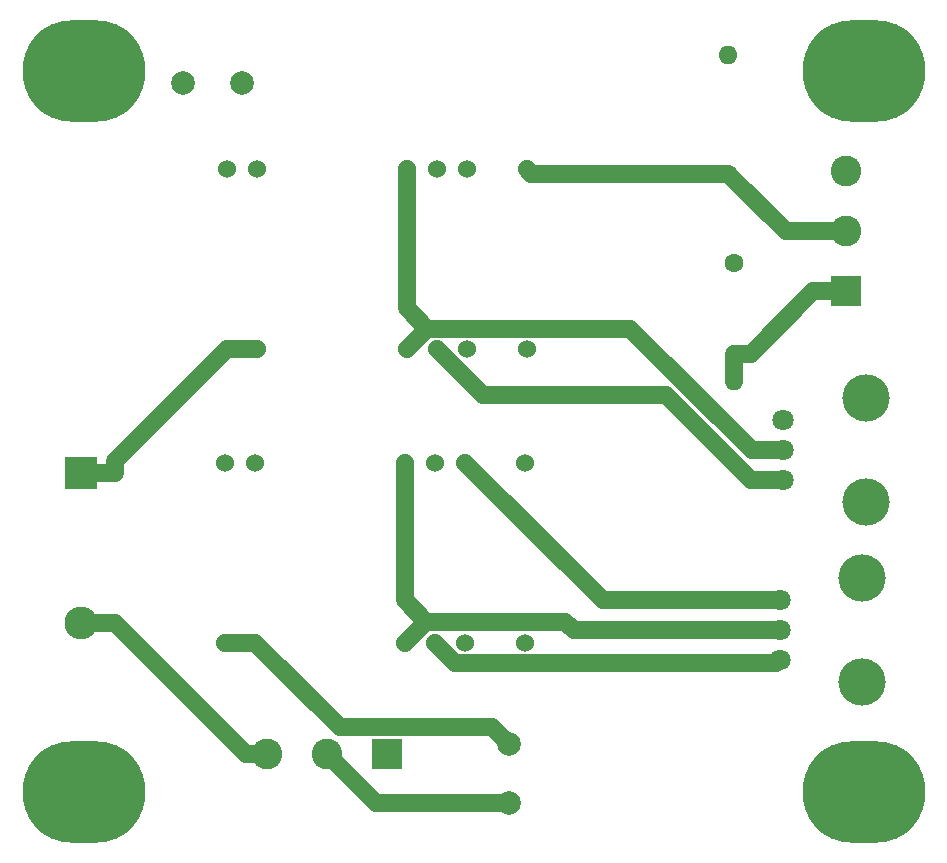
<source format=gbr>
G04 #@! TF.GenerationSoftware,KiCad,Pcbnew,(5.0.0)*
G04 #@! TF.CreationDate,2019-08-30T22:58:39+01:00*
G04 #@! TF.ProjectId,Display PSU,446973706C6179205053552E6B696361,rev?*
G04 #@! TF.SameCoordinates,Original*
G04 #@! TF.FileFunction,Copper,L1,Top,Signal*
G04 #@! TF.FilePolarity,Positive*
%FSLAX46Y46*%
G04 Gerber Fmt 4.6, Leading zero omitted, Abs format (unit mm)*
G04 Created by KiCad (PCBNEW (5.0.0)) date 08/30/19 22:58:39*
%MOMM*%
%LPD*%
G01*
G04 APERTURE LIST*
G04 #@! TA.AperFunction,ComponentPad*
%ADD10C,1.524000*%
G04 #@! TD*
G04 #@! TA.AperFunction,ComponentPad*
%ADD11C,1.800000*%
G04 #@! TD*
G04 #@! TA.AperFunction,WasherPad*
%ADD12C,4.000000*%
G04 #@! TD*
G04 #@! TA.AperFunction,ComponentPad*
%ADD13C,1.600000*%
G04 #@! TD*
G04 #@! TA.AperFunction,ComponentPad*
%ADD14O,1.600000X1.600000*%
G04 #@! TD*
G04 #@! TA.AperFunction,ComponentPad*
%ADD15R,2.600000X2.600000*%
G04 #@! TD*
G04 #@! TA.AperFunction,ComponentPad*
%ADD16C,2.600000*%
G04 #@! TD*
G04 #@! TA.AperFunction,ComponentPad*
%ADD17C,2.000000*%
G04 #@! TD*
G04 #@! TA.AperFunction,ComponentPad*
%ADD18R,2.800000X2.800000*%
G04 #@! TD*
G04 #@! TA.AperFunction,ComponentPad*
%ADD19O,2.800000X2.800000*%
G04 #@! TD*
G04 #@! TA.AperFunction,ComponentPad*
%ADD20O,10.400000X8.600000*%
G04 #@! TD*
G04 #@! TA.AperFunction,Conductor*
%ADD21C,1.500000*%
G04 #@! TD*
G04 APERTURE END LIST*
D10*
G04 #@! TO.P,U1,2*
G04 #@! TO.N,Net-(C1-Pad2)*
X89078000Y-40309800D03*
G04 #@! TO.P,U1,3*
X91618000Y-40309800D03*
G04 #@! TO.P,U1,8*
G04 #@! TO.N,Net-(RV2-Pad2)*
X104318000Y-40309800D03*
G04 #@! TO.P,U1,9*
G04 #@! TO.N,Net-(RV2-Pad1)*
X106858000Y-40309800D03*
G04 #@! TO.P,U1,10*
G04 #@! TO.N,0v*
X109398000Y-40309800D03*
G04 #@! TO.P,U1,12*
G04 #@! TO.N,+70v*
X114478000Y-40309800D03*
G04 #@! TO.P,U1,22*
G04 #@! TO.N,Net-(C1-Pad1)*
X89078000Y-55549800D03*
G04 #@! TO.P,U1,23*
X91618000Y-55549800D03*
G04 #@! TO.P,U1,17*
G04 #@! TO.N,Net-(RV2-Pad2)*
X104318000Y-55549800D03*
G04 #@! TO.P,U1,16*
G04 #@! TO.N,Net-(RV2-Pad1)*
X106858000Y-55549800D03*
G04 #@! TO.P,U1,15*
G04 #@! TO.N,0v*
X109398000Y-55549800D03*
G04 #@! TO.P,U1,13*
G04 #@! TO.N,+70v*
X114478000Y-55549800D03*
G04 #@! TD*
G04 #@! TO.P,U2,13*
G04 #@! TO.N,0v*
X114351000Y-80391000D03*
G04 #@! TO.P,U2,15*
G04 #@! TO.N,-40v*
X109271000Y-80391000D03*
G04 #@! TO.P,U2,16*
G04 #@! TO.N,Net-(RV1-Pad1)*
X106731000Y-80391000D03*
G04 #@! TO.P,U2,17*
G04 #@! TO.N,Net-(RV1-Pad2)*
X104191000Y-80391000D03*
G04 #@! TO.P,U2,23*
G04 #@! TO.N,Net-(C1-Pad1)*
X91491000Y-80391000D03*
G04 #@! TO.P,U2,22*
X88951000Y-80391000D03*
G04 #@! TO.P,U2,12*
G04 #@! TO.N,0v*
X114351000Y-65151000D03*
G04 #@! TO.P,U2,10*
G04 #@! TO.N,-40v*
X109271000Y-65151000D03*
G04 #@! TO.P,U2,9*
G04 #@! TO.N,Net-(RV1-Pad1)*
X106731000Y-65151000D03*
G04 #@! TO.P,U2,8*
G04 #@! TO.N,Net-(RV1-Pad2)*
X104191000Y-65151000D03*
G04 #@! TO.P,U2,3*
G04 #@! TO.N,Net-(C1-Pad2)*
X91491000Y-65151000D03*
G04 #@! TO.P,U2,2*
X88951000Y-65151000D03*
G04 #@! TD*
D11*
G04 #@! TO.P,RV1,3*
G04 #@! TO.N,-40v*
X135890000Y-76813400D03*
G04 #@! TO.P,RV1,2*
G04 #@! TO.N,Net-(RV1-Pad2)*
X135890000Y-79313400D03*
G04 #@! TO.P,RV1,1*
G04 #@! TO.N,Net-(RV1-Pad1)*
X135890000Y-81813400D03*
D12*
G04 #@! TO.P,RV1,*
G04 #@! TO.N,*
X142890000Y-74913400D03*
X142890000Y-83713400D03*
G04 #@! TD*
D13*
G04 #@! TO.P,C2,1*
G04 #@! TO.N,+70v*
X131496000Y-40665400D03*
D14*
G04 #@! TO.P,C2,2*
G04 #@! TO.N,0v*
X131496000Y-30665400D03*
G04 #@! TD*
G04 #@! TO.P,C4,2*
G04 #@! TO.N,-40v*
X132055000Y-58260000D03*
D13*
G04 #@! TO.P,C4,1*
G04 #@! TO.N,0v*
X132055000Y-48260000D03*
G04 #@! TD*
D15*
G04 #@! TO.P,J1,1*
G04 #@! TO.N,0v*
X102641000Y-89789000D03*
D16*
G04 #@! TO.P,J1,2*
G04 #@! TO.N,Net-(C1-Pad2)*
X97561000Y-89789000D03*
G04 #@! TO.P,J1,3*
G04 #@! TO.N,Net-(D1-Pad2)*
X92481000Y-89789000D03*
G04 #@! TD*
G04 #@! TO.P,J2,3*
G04 #@! TO.N,0v*
X141554000Y-40487600D03*
G04 #@! TO.P,J2,2*
G04 #@! TO.N,+70v*
X141554000Y-45567600D03*
D15*
G04 #@! TO.P,J2,1*
G04 #@! TO.N,-40v*
X141554000Y-50647600D03*
G04 #@! TD*
D17*
G04 #@! TO.P,C1,1*
G04 #@! TO.N,Net-(C1-Pad1)*
X90373200Y-32994600D03*
G04 #@! TO.P,C1,2*
G04 #@! TO.N,Net-(C1-Pad2)*
X85373200Y-32994600D03*
G04 #@! TD*
G04 #@! TO.P,C3,2*
G04 #@! TO.N,Net-(C1-Pad2)*
X112954000Y-93925400D03*
G04 #@! TO.P,C3,1*
G04 #@! TO.N,Net-(C1-Pad1)*
X112954000Y-88925400D03*
G04 #@! TD*
D18*
G04 #@! TO.P,D1,1*
G04 #@! TO.N,Net-(C1-Pad1)*
X76758800Y-65989200D03*
D19*
G04 #@! TO.P,D1,2*
G04 #@! TO.N,Net-(D1-Pad2)*
X76758800Y-78689200D03*
G04 #@! TD*
D11*
G04 #@! TO.P,RV2,3*
G04 #@! TO.N,0v*
X136195000Y-61573400D03*
G04 #@! TO.P,RV2,2*
G04 #@! TO.N,Net-(RV2-Pad2)*
X136195000Y-64073400D03*
G04 #@! TO.P,RV2,1*
G04 #@! TO.N,Net-(RV2-Pad1)*
X136195000Y-66573400D03*
D12*
G04 #@! TO.P,RV2,*
G04 #@! TO.N,*
X143195000Y-59673400D03*
X143195000Y-68473400D03*
G04 #@! TD*
D20*
G04 #@! TO.P,H1,1*
G04 #@! TO.N,N/C*
X143000000Y-32000000D03*
G04 #@! TD*
G04 #@! TO.P,H2,1*
G04 #@! TO.N,N/C*
X77000000Y-32000000D03*
G04 #@! TD*
G04 #@! TO.P,H4,1*
G04 #@! TO.N,N/C*
X77000000Y-93000000D03*
G04 #@! TD*
G04 #@! TO.P,H3,1*
G04 #@! TO.N,N/C*
X143000000Y-93000000D03*
G04 #@! TD*
D21*
G04 #@! TO.N,Net-(C1-Pad2)*
X112954000Y-93925400D02*
X101697400Y-93925400D01*
X101697400Y-93925400D02*
X97561000Y-89789000D01*
G04 #@! TO.N,Net-(C1-Pad1)*
X76758800Y-65989200D02*
X79658800Y-65989200D01*
X79658800Y-65989200D02*
X79658800Y-64969000D01*
X79658800Y-64969000D02*
X89078000Y-55549800D01*
X91618000Y-55549800D02*
X89078000Y-55549800D01*
X88951000Y-80391000D02*
X91491000Y-80391000D01*
X112954000Y-88925400D02*
X111567200Y-87538600D01*
X111567200Y-87538600D02*
X98638600Y-87538600D01*
X98638600Y-87538600D02*
X91491000Y-80391000D01*
G04 #@! TO.N,Net-(RV1-Pad1)*
X135890000Y-81813400D02*
X135590300Y-82113100D01*
X135590300Y-82113100D02*
X108453100Y-82113100D01*
X108453100Y-82113100D02*
X106731000Y-80391000D01*
G04 #@! TO.N,Net-(RV1-Pad2)*
X105983000Y-78599000D02*
X104191000Y-80391000D01*
X135890000Y-79313400D02*
X118471700Y-79313400D01*
X118471700Y-79313400D02*
X117757300Y-78599000D01*
X117757300Y-78599000D02*
X105983000Y-78599000D01*
X105983000Y-78599000D02*
X104191000Y-76807000D01*
X104191000Y-76807000D02*
X104191000Y-65151000D01*
G04 #@! TO.N,+70v*
X131496000Y-40665400D02*
X114833600Y-40665400D01*
X114833600Y-40665400D02*
X114478000Y-40309800D01*
X141554000Y-45567600D02*
X136398200Y-45567600D01*
X136398200Y-45567600D02*
X131496000Y-40665400D01*
G04 #@! TO.N,-40v*
X135890000Y-76813400D02*
X120933400Y-76813400D01*
X120933400Y-76813400D02*
X109271000Y-65151000D01*
X132055000Y-58260000D02*
X132055000Y-55960000D01*
X141554000Y-50647600D02*
X138754000Y-50647600D01*
X138754000Y-50647600D02*
X133441600Y-55960000D01*
X133441600Y-55960000D02*
X132055000Y-55960000D01*
G04 #@! TO.N,Net-(D1-Pad2)*
X76758800Y-78689200D02*
X79658800Y-78689200D01*
X79658800Y-78689200D02*
X90758600Y-89789000D01*
X90758600Y-89789000D02*
X92481000Y-89789000D01*
G04 #@! TO.N,Net-(RV2-Pad2)*
X106069200Y-53798600D02*
X104318000Y-55549800D01*
X136195000Y-64073400D02*
X133518200Y-64073400D01*
X133518200Y-64073400D02*
X123243400Y-53798600D01*
X123243400Y-53798600D02*
X106069200Y-53798600D01*
X106069200Y-53798600D02*
X104318000Y-52047400D01*
X104318000Y-52047400D02*
X104318000Y-40309800D01*
G04 #@! TO.N,Net-(RV2-Pad1)*
X136195000Y-66573400D02*
X133439400Y-66573400D01*
X133439400Y-66573400D02*
X126317300Y-59451300D01*
X126317300Y-59451300D02*
X110759500Y-59451300D01*
X110759500Y-59451300D02*
X106858000Y-55549800D01*
G04 #@! TD*
M02*

</source>
